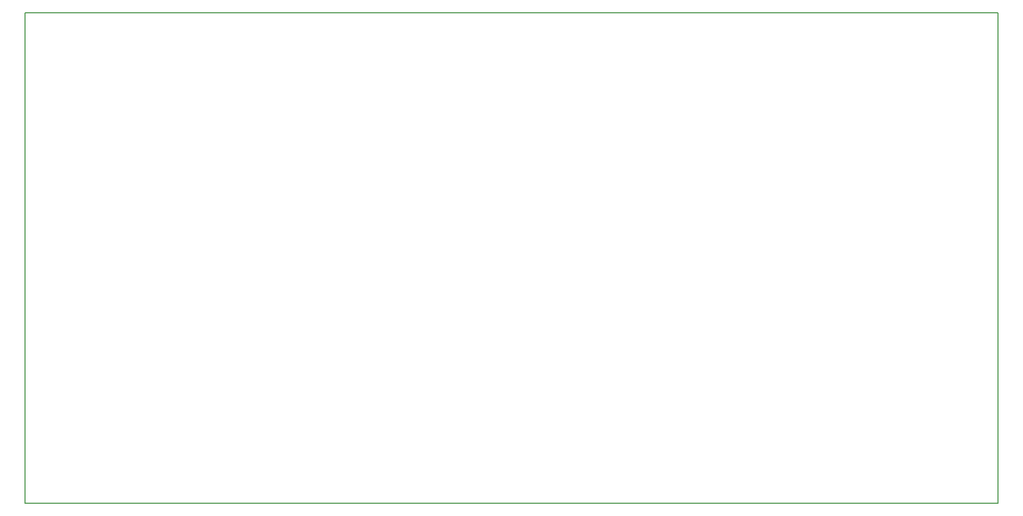
<source format=gbr>
%TF.GenerationSoftware,KiCad,Pcbnew,(5.1.6)-1*%
%TF.CreationDate,2021-02-23T20:11:17-06:00*%
%TF.ProjectId,WALKING RING,57414c4b-494e-4472-9052-494e472e6b69,rev?*%
%TF.SameCoordinates,Original*%
%TF.FileFunction,Profile,NP*%
%FSLAX46Y46*%
G04 Gerber Fmt 4.6, Leading zero omitted, Abs format (unit mm)*
G04 Created by KiCad (PCBNEW (5.1.6)-1) date 2021-02-23 20:11:17*
%MOMM*%
%LPD*%
G01*
G04 APERTURE LIST*
%TA.AperFunction,Profile*%
%ADD10C,0.150000*%
%TD*%
G04 APERTURE END LIST*
D10*
X211470000Y-122820000D02*
X50020000Y-122820000D01*
X211470000Y-41500000D02*
X211470000Y-122820000D01*
X211470000Y-41500000D02*
X50020000Y-41500000D01*
X50020000Y-41500000D02*
X50020000Y-122820000D01*
M02*

</source>
